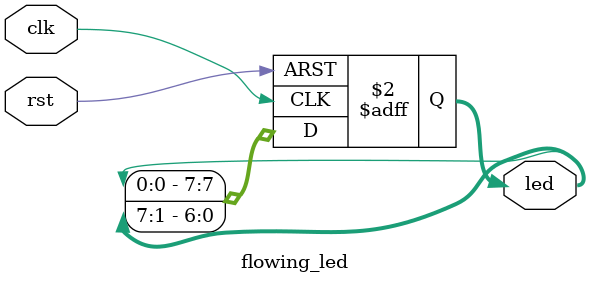
<source format=v>
`timescale 1 ns/1 ps
module flowing_led(
	input 			rst,
	input 			clk,
	output reg[DATA_WIDTH - 1:0] led
	);
	
	parameter DATA_WIDTH = 8;
	
	always @(posedge clk, posedge rst) begin
		if(rst) led <= 8'hef;
		else begin
			led[0] <= led[1];
			led[1] <= led[2];
			led[2] <= led[3];
			led[3] <= led[4];
			led[4] <= led[5];
			led[5] <= led[6];
			led[6] <= led[7];
			led[7] <= led[0];
		end
	end
endmodule

</source>
